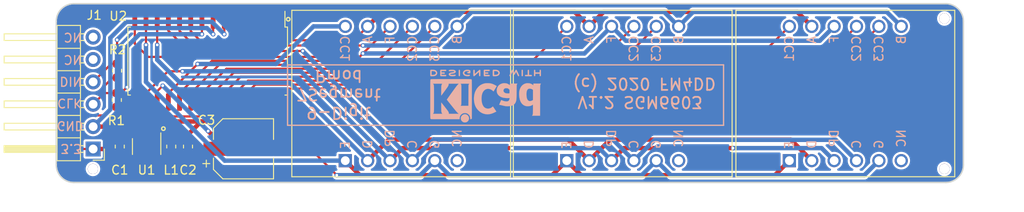
<source format=kicad_pcb>
(kicad_pcb (version 20221018) (generator pcbnew)
  (title_block (title "iCEBreaker PMOD - Hyperram") (rev "V1.0b") (company "1BitSquared") (comment 1 "2018 (C) 1BitSquared <info@1bitsquared.com>") (comment 2 "2018 (C) Piotr Esden-Tempski <piotr@esden.net>") (comment 3 "License: CC-BY-SA 4.0"))
  (layers (0 "F.Cu" signal) (31 "B.Cu" signal) (34 "B.Paste" user) (35 "F.Paste" user) (36 "B.SilkS" user "B.Silkscreen") (37 "F.SilkS" user "F.Silkscreen") (38 "B.Mask" user) (39 "F.Mask" user) (44 "Edge.Cuts" user))
  (net 0 "")
  (net 1 "GND")
  (net 2 "+3V3")
  (net 3 "Net-(J1-Pad6)")
  (net 4 "Net-(J1-Pad5)")
  (net 5 "/DIO")
  (net 6 "/CLK")
  (net 7 "/GRID6")
  (net 8 "/GRID5")
  (net 9 "/SEG6")
  (net 10 "/SEG7")
  (net 11 "/SEG5")
  (net 12 "/GRID1")
  (net 13 "/SEG4")
  (net 14 "/GRID2")
  (net 15 "/SEG3")
  (net 16 "/GRID3")
  (net 17 "/SEG2")
  (net 18 "/GRID4")
  (net 19 "/SEG1")
  (net 20 "/SEG8")
  (net 21 "+5V")
  (net 22 "Net-(DP1-Pad6)")
  (net 23 "Net-(DP2-Pad6)")
  (net 24 "Net-(DP3-Pad6)")
  (net 25 "Net-(L1-Pad2)")
  (net 26 "Net-(U2-Pad28)")
  (net 27 "Net-(U2-Pad27)")
  (net 28 "Net-(U2-Pad5)")
  (net 29 "Net-(U2-Pad4)")
  (net 30 "Net-(U2-Pad3)")
  (net 31 "Net-(U2-Pad2)")
  (net 32 "Net-(U2-Pad1)")
  (net 33 "/GRID7")
  (net 34 "/GRID8")
  (net 35 "/GRID9")
  (net 36 "Net-(U1-Pad4)")
  (footprint "01_FM4DD:7SEG_CS533SR-A" (layer "F.Cu") (at 106.1792 32.5192 90)
    (fp_text reference "DP2")
    (fp_text value "7SEG_C533SR-A")
    (fp_text user "CC1" (at 5.08 -6.35 90) (layer "B.SilkS") (effects (justify mirror)))
    (fp_text user "B" (at 6.096 6.35 90) (layer "B.SilkS") (effects (justify mirror)))
    (fp_text user "CC2" (at 5.08 1.27 90) (layer "B.SilkS") (effects (justify mirror)))
    (fp_text user "E" (at -5.8674 -6.35 90) (layer "B.SilkS") (effects (justify mirror)))
    (fp_text user "A" (at 6.096 -3.81 90) (layer "B.SilkS") (effects (justify mirror)))
    (fp_text user "G" (at -5.7658 3.81 90) (layer "B.SilkS") (effects (justify mirror)))
    (fp_text user "D" (at -5.7658 -3.81 90) (layer "B.SilkS") (effects (justify mirror)))
    (fp_text user "CC3" (at 5.08 3.81 90) (layer "B.SilkS") (effects (justify mirror)))
    (fp_text user "C" (at -5.7658 1.27 90) (layer "B.SilkS") (effects (justify mirror)))
    (fp_text user "DP" (at -5.08 -1.27 90) (layer "B.SilkS") (effects (justify mirror)))
    (fp_text user "NC" (at -5.08 6.35 90) (layer "B.SilkS") (effects (justify mirror)))
    (fp_text user "F" (at 6.096 -1.27 90) (layer "B.SilkS") (effects (justify mirror)))
    (pad "1" thru_hole rect (at -7.62 -6.35 90) (size 1.5 1.5) (drill 1) (layers "*.Cu" "*.Mask") (net 11 "/SEG5"))
    (pad "2" thru_hole circle (at -7.62 -3.81 90) (size 1.5 1.5) (drill 1) (layers "*.Cu" "*.Mask") (net 13 "/SEG4"))
    (pad "3" thru_hole circle (at -7.62 -1.27 90) (size 1.5 1.5) (drill 1) (layers "*.Cu" "*.Mask") (net 20 "/SEG8"))
    (pad "4" thru_hole circle (at -7.62 1.27 90) (size 1.5 1.5) (drill 1) (layers "*.Cu" "*.Mask") (net 15 "/SEG3"))
    (pad "5" thru_hole circle (at -7.62 3.81 90) (size 1.5 1.5) (drill 1) (layers "*.Cu" "*.Mask") (net 10 "/SEG7"))
    (pad "6" thru_hole circle (at -7.62 6.35 90) (size 1.5 1.5) (drill 1) (layers "*.Cu" "*.Mask") (net 23 "Net-(DP2-Pad6)"))
    (pad "7" thru_hole circle (at 7.62 6.35 90) (size 1.5 1.5) (drill 1) (layers "*.Cu" "*.Mask") (net 17 "/SEG2"))
    (pad "8" thru_hole circle (at 7.62 3.81 90) (size 1.5 1.5) (drill 1) (layers "*.Cu" "*.Mask") (net 7 "/GRID6"))
    (pad "9" thru_hole circle (at 7.62 1.27 90) (size 1.5 1.5) (drill 1) (layers "*.Cu" "*.Mask") (net 8 "/GRID5"))
    (pad "10" thru_hole circle (at 7.62 -1.27 90) (size 1.5 1.5) (drill 1) (layers "*.Cu" "*.Mask") (net 9 "/SEG6"))
    (pad "11" thru_hole circle (at 7.62 -3.81 90) (size 1.5 1.5) (drill 1) (layers "*.Cu" "*.Mask") (net 19 "/SEG1"))
    (pad "12" thru_hole circle (at 7.62 -6.35 90) (size 1.5 1.5) (drill 1) (layers "*.Cu" "*.Mask") (net 18 "/GRID4"))
  )
  (footprint "01_FM4DD:7SEG_CS533SR-A" (layer "F.Cu") (at 81.0332 32.5192 90)
    (fp_text reference "DP1")
    (fp_text value "7SEG_C533SR-A")
    (fp_text user "NC" (at -5.08 6.35 90) (layer "B.SilkS") (effects (justify mirror)))
    (fp_text user "E" (at -5.8674 -6.35 90) (layer "B.SilkS") (effects (justify mirror)))
    (fp_text user "G" (at -5.7658 3.81 90) (layer "B.SilkS") (effects (justify mirror)))
    (fp_text user "CC3" (at 5.08 3.81 90) (layer "B.SilkS") (effects (justify mirror)))
    (fp_text user "A" (at 6.096 -3.81 90) (layer "B.SilkS") (effects (justify mirror)))
    (fp_text user "CC1" (at 5.08 -6.35 90) (layer "B.SilkS") (effects (justify mirror)))
    (fp_text user "C" (at -5.7658 1.27 90) (layer "B.SilkS") (effects (justify mirror)))
    (fp_text user "F" (at 6.096 -1.27 90) (layer "B.SilkS") (effects (justify mirror)))
    (fp_text user "B" (at 6.096 6.35 90) (layer "B.SilkS") (effects (justify mirror)))
    (fp_text user "DP" (at -5.08 -1.27 90) (layer "B.SilkS") (effects (justify mirror)))
    (fp_text user "D" (at -5.7658 -3.81 90) (layer "B.SilkS") (effects (justify mirror)))
    (fp_text user "CC2" (at 5.08 1.27 90) (layer "B.SilkS") (effects (justify mirror)))
    (pad "1" thru_hole rect (at -7.62 -6.35 90) (size 1.5 1.5) (drill 1) (layers "*.Cu" "*.Mask") (net 11 "/SEG5"))
    (pad "2" thru_hole circle (at -7.62 -3.81 90) (size 1.5 1.5) (drill 1) (layers "*.Cu" "*.Mask") (net 13 "/SEG4"))
    (pad "3" thru_hole circle (at -7.62 -1.27 90) (size 1.5 1.5) (drill 1) (layers "*.Cu" "*.Mask") (net 20 "/SEG8"))
    (pad "4" thru_hole circle (at -7.62 1.27 90) (size 1.5 1.5) (drill 1) (layers "*.Cu" "*.Mask") (net 15 "/SEG3"))
    (pad "5" thru_hole circle (at -7.62 3.81 90) (size 1.5 1.5) (drill 1) (layers "*.Cu" "*.Mask") (net 10 "/SEG7"))
    (pad "6" thru_hole circle (at -7.62 6.35 90) (size 1.5 1.5) (drill 1) (layers "*.Cu" "*.Mask") (net 22 "Net-(DP1-Pad6)"))
    (pad "7" thru_hole circle (at 7.62 6.35 90) (size 1.5 1.5) (drill 1) (layers "*.Cu" "*.Mask") (net 17 "/SEG2"))
    (pad "8" thru_hole circle (at 7.62 3.81 90) (size 1.5 1.5) (drill 1) (layers "*.Cu" "*.Mask") (net 16 "/GRID3"))
    (pad "9" thru_hole circle (at 7.62 1.27 90) (size 1.5 1.5) (drill 1) (layers "*.Cu" "*.Mask") (net 14 "/GRID2"))
    (pad "10" thru_hole circle (at 7.62 -1.27 90) (size 1.5 1.5) (drill 1) (layers "*.Cu" "*.Mask") (net 9 "/SEG6"))
    (pad "11" thru_hole circle (at 7.62 -3.81 90) (size 1.5 1.5) (drill 1) (layers "*.Cu" "*.Mask") (net 19 "/SEG1"))
    (pad "12" thru_hole circle (at 7.62 -6.35 90) (size 1.5 1.5) (drill 1) (layers "*.Cu" "*.Mask") (net 12 "/GRID1"))
  )
  (footprint "Resistor_SMD:R_0603_1608Metric" (layer "F.Cu") (at 48.7498 33.2558 90)
    (fp_text reference "R1" (at -2.3368 -0.0508 180) (layer "F.SilkS"))
    (fp_text value "10K")
    (pad "1" smd roundrect (at -0.7875 0 90) (size 0.875 0.95) (layers "F.Cu" "F.Paste" "F.Mask") (net 2 "+3V3"))
    (pad "2" smd roundrect (at 0.7875 0 90) (size 0.875 0.95) (layers "F.Cu" "F.Paste" "F.Mask") (net 6 "/CLK"))
  )
  (footprint "Resistor_SMD:R_0603_1608Metric" (layer "F.Cu") (at 48.7752 29.9284 90)
    (fp_text reference "R2" (at 2.3876 0.0508 180) (layer "F.SilkS"))
    (fp_text value "10K")
    (pad "1" smd roundrect (at -0.7875 0 90) (size 0.875 0.95) (layers "F.Cu" "F.Paste" "F.Mask") (net 2 "+3V3"))
    (pad "2" smd roundrect (at 0.7875 0 90) (size 0.875 0.95) (layers "F.Cu" "F.Paste" "F.Mask") (net 5 "/DIO"))
  )
  (footprint "Capacitor_SMD:C_0603_1608Metric" (layer "F.Cu") (at 49.08 38.539 90)
    (fp_text reference "C1" (at -2.667 0 180) (layer "F.SilkS"))
    (fp_text value "10uF")
    (pad "1" smd roundrect (at -0.7875 0 90) (size 0.875 0.95) (layers "F.Cu" "F.Paste" "F.Mask") (net 2 "+3V3"))
    (pad "2" smd roundrect (at 0.7875 0 90) (size 0.875 0.95) (layers "F.Cu" "F.Paste" "F.Mask") (net 1 "GND"))
  )
  (footprint "Capacitor_SMD:CP_Elec_6.3x5.4" (layer "F.Cu") (at 63.1262 38.793)
    (fp_text reference "C3" (at -4.191 -3.2512) (layer "F.SilkS"))
    (fp_text value "100uF")
    (pad "1" smd roundrect (at -2.8 0) (size 3.5 1.6) (layers "F.Cu" "F.Paste" "F.Mask") (roundrect_rratio 0.15625) (net 21 "+5V"))
    (pad "2" smd roundrect (at 2.8 0) (size 3.5 1.6) (layers "F.Cu" "F.Paste" "F.Mask") (roundrect_rratio 0.15625) (net 1 "GND"))
  )
  (footprint "Capacitor_SMD:C_0603_1608Metric" (layer "F.Cu") (at 56.827 38.539 -90)
    (fp_text reference "C2" (at 2.667 0 180) (layer "F.SilkS"))
    (fp_text value "10uF")
    (pad "1" smd roundrect (at -0.7875 0 270) (size 0.875 0.95) (layers "F.Cu" "F.Paste" "F.Mask") (net 1 "GND"))
    (pad "2" smd roundrect (at 0.7875 0 270) (size 0.875 0.95) (layers "F.Cu" "F.Paste" "F.Mask") (net 21 "+5V"))
  )
  (footprint "01_FM4DD:7SEG_CS533SR-A" (layer "F.Cu") (at 131.4522 32.5192 90)
    (fp_text reference "DP3")
    (fp_text value "7SEG_C533SR-A")
    (fp_text user "DP" (at -5.08 -1.27 90) (layer "B.SilkS") (effects (justify mirror)))
    (fp_text user "NC" (at -5.08 6.35 90) (layer "B.SilkS") (effects (justify mirror)))
    (fp_text user "E" (at -5.8674 -6.35 90) (layer "B.SilkS") (effects (justify mirror)))
    (fp_text user "CC3" (at 5.08 3.81 90) (layer "B.SilkS") (effects (justify mirror)))
    (fp_text user "C" (at -5.7658 1.27 90) (layer "B.SilkS") (effects (justify mirror)))
    (fp_text user "CC2" (at 5.08 1.27 90) (layer "B.SilkS") (effects (justify mirror)))
    (fp_text user "F" (at 6.096 -1.27 90) (layer "B.SilkS") (effects (justify mirror)))
    (fp_text user "B" (at 6.096 6.35 90) (layer "B.SilkS") (effects (justify mirror)))
    (fp_text user "A" (at 6.096 -3.81 90) (layer "B.SilkS") (effects (justify mirror)))
    (fp_text user "CC1" (at 5.08 -6.35 90) (layer "B.SilkS") (effects (justify mirror)))
    (fp_text user "G" (at -5.7658 3.81 90) (layer "B.SilkS") (effects (justify mirror)))
    (fp_text user "D" (at -5.7658 -3.81 90) (layer "B.SilkS") (effects (justify mirror)))
    (pad "1" thru_hole rect (at -7.62 -6.35 90) (size 1.5 1.5) (drill 1) (layers "*.Cu" "*.Mask") (net 11 "/SEG5"))
    (pad "2" thru_hole circle (at -7.62 -3.81 90) (size 1.5 1.5) (drill 1) (layers "*.Cu" "*.Mask") (net 13 "/SEG4"))
    (pad "3" thru_hole circle (at -7.62 -1.27 90) (size 1.5 1.5) (drill 1) (layers "*.Cu" "*.Mask") (net 20 "/SEG8"))
    (pad "4" thru_hole circle (at -7.62 1.27 90) (size 1.5 1.5) (drill 1) (layers "*.Cu" "*.Mask") (net 15 "/SEG3"))
    (pad "5" thru_hole circle (at -7.62 3.81 90) (size 1.5 1.5) (drill 1) (layers "*.Cu" "*.Mask") (net 10 "/SEG7"))
    (pad "6" thru_hole circle (at -7.62 6.35 90) (size 1.5 1.5) (drill 1) (layers "*.Cu" "*.Mask") (net 24 "Net-(DP3-Pad6)"))
    (pad "7" thru_hole circle (at 7.62 6.35 90) (size 1.5 1.5) (drill 1) (layers "*.Cu" "*.Mask") (net 17 "/SEG2"))
    (pad "8" thru_hole circle (at 7.62 3.81 90) (size 1.5 1.5) (drill 1) (layers "*.Cu" "*.Mask") (net 35 "/GRID9"))
    (pad "9" thru_hole circle (at 7.62 1.27 90) (size 1.5 1.5) (drill 1) (layers "*.Cu" "*.Mask") (net 34 "/GRID8"))
    (pad "10" thru_hole circle (at 7.62 -1.27 90) (size 1.5 1.5) (drill 1) (layers "*.Cu" "*.Mask") (net 9 "/SEG6"))
    (pad "11" thru_hole circle (at 7.62 -3.81 90) (size 1.5 1.5) (drill 1) (layers "*.Cu" "*.Mask") (net 19 "/SEG1"))
    (pad "12" thru_hole circle (at 7.62 -6.35 90) (size 1.5 1.5) (drill 1) (layers "*.Cu" "*.Mask") (net 33 "/GRID7"))
  )
  (footprint "01_FM4DD:SOP-28_7.5x17.9mm_P1.27mm" (layer "F.Cu") (at 59.0622 28.8362 -90)
    (fp_text reference "U2" (at -5.1054 10.16) (layer "F.SilkS"))
    (fp_text value "TM1640")
    (pad "1" smd roundrect (at -4.65 -8.235 270) (size 2 0.55) (layers "F.Cu" "F.Paste" "F.Mask") (net 32 "Net-(U2-Pad1)"))
    (pad "2" smd roundrect (at -4.65 -6.965 270) (size 2 0.55) (layers "F.Cu" "F.Paste" "F.Mask") (net 31 "Net-(U2-Pad2)"))
    (pad "3" smd roundrect (at -4.65 -5.695 270) (size 2 0.55) (layers "F.Cu" "F.Paste" "F.Mask") (net 30 "Net-(U2-Pad3)"))
    (pad "4" smd roundrect (at -4.65 -4.425 270) (size 2 0.55) (layers "F.Cu" "F.Paste" "F.Mask") (net 29 "Net-(U2-Pad4)"))
    (pad "5" smd roundrect (at -4.65 -3.155 270) (size 2 0.55) (layers "F.Cu" "F.Paste" "F.Mask") (net 28 "Net-(U2-Pad5)"))
    (pad "6" smd roundrect (at -4.65 -1.885 270) (size 2 0.55) (layers "F.Cu" "F.Paste" "F.Mask") (net 1 "GND"))
    (pad "7" smd roundrect (at -4.65 -0.615 270) (size 2 0.55) (layers "F.Cu" "F.Paste" "F.Mask") (net 5 "/DIO"))
    (pad "8" smd roundrect (at -4.65 0.655 270) (size 2 0.55) (layers "F.Cu" "F.Paste" "F.Mask") (net 6 "/CLK"))
    (pad "9" smd roundrect (at -4.65 1.925 270) (size 2 0.55) (layers "F.Cu" "F.Paste" "F.Mask") (net 19 "/SEG1"))
    (pad "10" smd roundrect (at -4.65 3.195 270) (size 2 0.55) (layers "F.Cu" "F.Paste" "F.Mask") (net 17 "/SEG2"))
    (pad "11" smd roundrect (at -4.65 4.465 270) (size 2 0.55) (layers "F.Cu" "F.Paste" "F.Mask") (net 15 "/SEG3"))
    (pad "12" smd roundrect (at -4.65 5.735 270) (size 2 0.55) (layers "F.Cu" "F.Paste" "F.Mask") (net 13 "/SEG4"))
    (pad "13" smd roundrect (at -4.65 7.005 270) (size 2 0.55) (layers "F.Cu" "F.Paste" "F.Mask") (net 11 "/SEG5"))
    (pad "14" smd roundrect (at -4.65 8.275 270) (size 2 0.55) (layers "F.Cu" "F.Paste" "F.Mask") (net 9 "/SEG6"))
    (pad "15" smd roundrect (at 4.65 8.275 270) (size 2 0.55) (layers "F.Cu" "F.Paste" "F.Mask") (net 10 "/SEG7"))
    (pad "16" smd roundrect (at 4.65 7.005 270) (size 2 0.55) (layers "F.Cu" "F.Paste" "F.Mask") (net 20 "/SEG8"))
    (pad "17" smd roundrect (at 4.65 5.735 270) (size 2 0.55) (layers "F.Cu" "F.Paste" "F.Mask") (net 21 "+5V"))
    (pad "18" smd roundrect (at 4.65 4.465 270) (size 2 0.55) (layers "F.Cu" "F.Paste" "F.Mask") (net 12 "/GRID1"))
    (pad "19" smd roundrect (at 4.65 3.195 270) (size 2 0.55) (layers "F.Cu" "F.Paste" "F.Mask") (net 14 "/GRID2"))
    (pad "20" smd roundrect (at 4.65 1.925 270) (size 2 0.55) (layers "F.Cu" "F.Paste" "F.Mask") (net 16 "/GRID3"))
    (pad "21" smd roundrect (at 4.65 0.655 270) (size 2 0.55) (layers "F.Cu" "F.Paste" "F.Mask") (net 18 "/GRID4"))
    (pad "22" smd roundrect (at 4.65 -0.615 270) (size 2 0.55) (layers "F.Cu" "F.Paste" "F.Mask") (net 8 "/GRID5"))
    (pad "23" smd roundrect (at 4.65 -1.885 270) (size 2 0.55) (layers "F.Cu" "F.Paste" "F.Mask") (net 7 "/GRID6"))
    (pad "24" smd roundrect (at 4.65 -3.155 270) (size 2 0.55) (layers "F.Cu" "F.Paste" "F.Mask") (net 33 "/GRID7"))
    (pad "25" smd roundrect (at 4.65 -4.425 270) (size 2 0.55) (layers "F.Cu" "F.Paste" "F.Mask") (net 34 "/GRID8"))
    (pad "26" smd roundrect (at 4.65 -5.695 270) (size 2 0.55) (layers "F.Cu" "F.Paste" "F.Mask") (net 35 "/GRID9"))
    (pad "27" smd roundrect (at 4.65 -6.965 270) (size 2 0.55) (layers "F.Cu" "F.Paste" "F.Mask") (net 27 "Net-(U2-Pad27)"))
    (pad "28" smd roundrect (at 4.65 -8.235 270) (size 2 0.55) (layers "F.Cu" "F.Paste" "F.Mask") (net 26 "Net-(U2-Pad28)"))
  )
  (footprint "Connector_PinHeader_2.54mm:PinHeader_1x06_P2.54mm_Horizontal" (layer "F.Cu") (at 46.0574 38.8184 180)
    (fp_text reference "J1" (at -0.127 15.1892) (layer "F.SilkS"))
    (fp_text value "PMOD_01x06")
    (pad "1" thru_hole rect (at 0 0 180) (size 1.7 1.7) (drill 1) (layers "*.Cu" "*.Mask") (net 2 "+3V3"))
    (pad "2" thru_hole oval (at 0 2.54 180) (size 1.7 1.7) (drill 1) (layers "*.Cu" "*.Mask") (net 1 "GND"))
    (pad "3" thru_hole oval (at 0 5.08 180) (size 1.7 1.7) (drill 1) (layers "*.Cu" "*.Mask") (net 6 "/CLK"))
    (pad "4" thru_hole oval (at 0 7.62 180) (size 1.7 1.7) (drill 1) (layers "*.Cu" "*.Mask") (net 5 "/DIO"))
    (pad "5" thru_hole oval (at 0 10.16 180) (size 1.7 1.7) (drill 1) (layers "*.Cu" "*.Mask") (net 4 "Net-(J1-Pad5)"))
    (pad "6" thru_hole oval (at 0 12.7 180) (size 1.7 1.7) (drill 1) (layers "*.Cu" "*.Mask") (net 3 "Net-(J1-Pad6)"))
  )
  (footprint "01_FM4DD:SMD_TOOLING_HOLE_1.152mm" (layer "F.Cu") (at 142.7 41.079)
    (fp_text reference "TOOLING_HOLE_1.152" hide)
    (fp_text value "TOOL2" hide)
    (pad "1" thru_hole circle (at 0 0) (size 1.16 1.16) (drill 1.152) (layers "*.Cu" "*.Mask") (clearance 0.148))
  )
  (footprint "01_FM4DD:SMD_TOOLING_HOLE_1.152mm" (layer "F.Cu") (at 142.7 24)
    (fp_text reference "TOOLING_HOLE_1.152" hide)
    (fp_text value "TOOL3" hide)
    (pad "1" thru_hole circle (at 0 0) (size 1.16 1.16) (drill 1.152) (layers "*.Cu" "*.Mask") (clearance 0.148))
  )
  (footprint "01_FM4DD:SMD_TOOLING_HOLE_1.152mm" (layer "F.Cu") (at 46.033 41.5508)
    (fp_text reference "TOOLING_HOLE_1.152" hide)
    (fp_text value "TOOL1" hide)
    (pad "1" thru_hole circle (at 0 -0.4718) (size 1.16 1.16) (drill 1.152) (layers "*.Cu" "*.Mask") (clearance 0.148))
  )
  (footprint "Package_TO_SOT_SMD:SOT-23-6" (layer "F.Cu") (at 52.128 38.539 -90)
    (fp_text reference "U1" (at 2.667 0 180) (layer "F.SilkS"))
    (fp_text value "SGM6603-5.0")
    (pad "1" smd rect (at -1.1 -0.95 270) (size 1.06 0.65) (layers "F.Cu" "F.Paste" "F.Mask") (net 25 "Net-(L1-Pad2)"))
    (pad "2" smd rect (at -1.1 0 270) (size 1.06 0.65) (layers "F.Cu" "F.Paste" "F.Mask") (net 1 "GND"))
    (pad "3" smd rect (at -1.1 0.95 270) (size 1.06 0.65) (layers "F.Cu" "F.Paste" "F.Mask") (net 2 "+3V3"))
    (pad "4" smd rect (at 1.1 0.95 270) (size 1.06 0.65) (layers "F.Cu" "F.Paste" "F.Mask") (net 36 "Net-(U1-Pad4)"))
    (pad "5" smd rect (at 1.1 0 270) (size 1.06 0.65) (layers "F.Cu" "F.Paste" "F.Mask") (net 21 "+5V"))
    (pad "6" smd rect (at 1.1 -0.95 270) (size 1.06 0.65) (layers "F.Cu" "F.Paste" "F.Mask") (net 2 "+3V3"))
  )
  (footprint "Inductor_SMD:L_0603_1608Metric" (layer "F.Cu") (at 54.922 38.539 90)
    (fp_text reference "L1" (at -2.667 0 180) (layer "F.SilkS"))
    (fp_text value "4.7uH")
    (pad "1" smd roundrect (at -0.7875 0 90) (size 0.875 0.95) (layers "F.Cu" "F.Paste" "F.Mask") (net 2 "+3V3"))
    (pad "2" smd roundrect (at 0.7875 0 90) (size 0.875 0.95) (layers "F.Cu" "F.Paste" "F.Mask") (net 25 "Net-(L1-Pad2)"))
  )
  (footprint "Symbol:KiCad-Logo2_5mm_SilkScreen" (layer "B.Cu") (at 90.609 32.824)
    (fp_text reference "REF**" hide)
    (fp_text value "KiCad-Logo2_5mm_SilkScreen" hide)
  )
  (gr_line (start 68.13 29.268) (end 68.13 36.126) (stroke (width 0.15)) (layer "B.SilkS"))
  (gr_line (start 117.628 29.268) (end 68.13 29.268) (stroke (width 0.15)) (layer "B.SilkS"))
  (gr_line (start 68.13 36.126) (end 117.628 36.126) (stroke (width 0.15)) (layer "B.SilkS"))
  (gr_line (start 117.628 36.126) (end 117.628 29.268) (stroke (width 0.15)) (layer "B.SilkS"))
  (gr_circle (center 54.033 36.507) (end 54.233 36.507) (stroke (width 0.15)) (fill none) (layer "F.SilkS"))
  (gr_circle (center 68.2062 24.0864) (end 68.4062 24.0864) (stroke (width 0.15)) (fill none) (layer "F.SilkS"))
  (gr_line (start 142.8634 42.6222) (end 43.8688 42.6222) (stroke (width 0.15)) (layer "Edge.Cuts"))
  (gr_arc (start 41.8688 24.3222) (mid 42.454586 22.907986) (end 43.8688 22.3222) (stroke (width 0.15)) (layer "Edge.Cuts"))
  (gr_line (start 41.8688 40.6222) (end 41.8688 24.3222) (stroke (width 0.15)) (layer "Edge.Cuts"))
  (gr_arc (start 43.8688 42.6222) (mid 42.454586 42.036414) (end 41.8688 40.6222) (stroke (width 0.15)) (layer "Edge.Cuts"))
  (gr_arc (start 142.8634 22.3222) (mid 144.277614 22.907986) (end 144.8634 24.3222) (stroke (width 0.15)) (layer "Edge.Cuts"))
  (gr_line (start 43.8688 22.3222) (end 142.8634 22.3222) (stroke (width 0.15)) (layer "Edge.Cuts"))
  (gr_line (start 144.8634 24.3222) (end 144.8634 40.6222) (stroke (width 0.15)) (layer "Edge.Cuts"))
  (gr_arc (start 144.8634 40.6222) (mid 144.277614 42.036414) (end 142.8634 42.6222) (stroke (width 0.15)) (layer "Edge.Cuts"))
  (gr_text "9-Digit\n7Segment\nPmod" (at 73.9212 32.6208 180) (layer "B.SilkS") (effects (font (size 1.3 1.3) (thickness 0.2)) (justify mirror)))
  (gr_text "V1.2 SGM6603 \n(c) 2020 FM4DD" (at 108.643 32.443 180) (layer "B.SilkS") (effects (font (size 1.3 1.3) (thickness 0.2)) (justify mirror)))
  (gr_text "CLK" (at 43.3904 33.6114 180) (layer "B.SilkS") (effects (font (size 1 1)) (justify mirror)))
  (gr_text "GND" (at 43.4412 36.1768 180) (layer "B.SilkS") (effects (font (size 1 1)) (justify mirror)))
  (gr_text "DIN" (at 43.5174 31.1476 180) (layer "B.SilkS") (effects (font (size 1 1)) (justify mirror)))
  (gr_text "3.3" (at 43.5682 38.7676 180) (layer "B.SilkS") (effects (font (size 1 1)) (justify mirror)))
  (gr_text "NC" (at 43.746 26.22) (layer "B.SilkS") (effects (font (size 1 1)) (justify mirror)))
  (gr_text "NC" (at 43.746 28.76) (layer "B.SilkS") (effects (font (size 1 1)) (justify mirror)))
  (segment (start 46.0574 36.2784) (end 47.7569 36.2784) (width 0.5) (layer "F.Cu") (net 1))
  (segment (start 60.9472 25.7828) (end 60.9418 25.7882) (width 0.25) (layer "F.Cu") (net 1))
  (segment (start 58.3198 35.6942) (end 50.9873 35.6942) (width 0.5) (layer "F.Cu") (net 1))
  (segment (start 50.9873 35.6942) (end 51.4132 35.6942) (width 0.5) (layer "F.Cu") (net 1))
  (segment (start 65.9262 37.993) (end 63.6274 35.6942) (width 0.5) (layer "F.Cu") (net 1))
  (segment (start 60.9472 24.1862) (end 60.9472 25.7828) (width 0.25) (layer "F.Cu") (net 1))
  (segment (start 50.9873 35.6942) (end 48.8286 35.6942) (width 0.5) (layer "F.Cu") (net 1))
  (segment (start 48.2444 36.2784) (end 47.7569 36.2784) (width 0.5) (layer "F.Cu") (net 1))
  (segment (start 49.08 37.114) (end 49.08 37.7515) (width 0.5) (layer "F.Cu") (net 1))
  (segment (start 51.4132 35.6942) (end 52.128 36.409) (width 0.5) (layer "F.Cu") (net 1))
  (segment (start 48.2444 36.2784) (end 49.08 37.114) (width 0.5) (layer "F.Cu") (net 1))
  (segment (start 63.6274 35.6942) (end 58.3198 35.6942) (width 0.5) (layer "F.Cu") (net 1))
  (segment (start 52.128 36.409) (end 52.128 37.439) (width 0.5) (layer "F.Cu") (net 1))
  (segment (start 65.9262 38.793) (end 65.9262 37.993) (width 0.5) (layer "F.Cu") (net 1))
  (segment (start 48.8286 35.6942) (end 48.2444 36.2784) (width 0.5) (layer "F.Cu") (net 1))
  (segment (start 56.827 37.187) (end 56.827 37.7515) (width 0.5) (layer "F.Cu") (net 1))
  (segment (start 58.3198 35.6942) (end 56.827 37.187) (width 0.5) (layer "F.Cu") (net 1))
  (via (at 60.9418 25.7882) (size 0.5) (drill 0.3) (layers "F.Cu" "B.Cu") (net 1))
  (segment (start 59.54178 24.38818) (end 49.820257 24.38818) (width 0.5) (layer "B.Cu") (net 1))
  (segment (start 48.0132 26.195237) (end 48.0132 34.3226) (width 0.5) (layer "B.Cu") (net 1))
  (segment (start 49.820257 24.38818) (end 48.0132 26.195237) (width 0.5) (layer "B.Cu") (net 1))
  (segment (start 48.0132 34.3226) (end 46.0574 36.2784) (width 0.5) (layer "B.Cu") (net 1))
  (segment (start 60.9418 25.7882) (end 59.54178 24.38818) (width 0.5) (layer "B.Cu") (net 1))
  (segment (start 46.0574 38.8184) (end 48.5719 38.8184) (width 0.5) (layer "F.Cu") (net 2))
  (segment (start 53.078 39.639) (end 54.6095 39.639) (width 0.5) (layer "F.Cu") (net 2))
  (segment (start 48.7752 30.7159) (end 48.278902 30.7159) (width 0.25) (layer "F.Cu") (net 2))
  (segment (start 49.08 39.3265) (end 49.2905 39.3265) (width 0.5) (layer "F.Cu") (net 2))
  (segment (start 48.7498 34.0433) (end 48.2748 34.0433) (width 0.25) (layer "F.Cu") (net 2))
  (segment (start 54.6095 39.639) (end 54.922 39.3265) (width 0.5) (layer "F.Cu") (net 2))
  (segment (start 49.2905 39.3265) (end 51.178 37.439) (width 0.5) (layer "F.Cu") (net 2))
  (segment (start 44.7112 35.0084) (end 44.3048 35.4148) (width 0.25) (layer "F.Cu") (net 2))
  (segment (start 52.758 38.539) (end 51.498 38.539) (width 0.25) (layer "F.Cu") (net 2))
  (segment (start 47.3097 35.0084) (end 44.7112 35.0084) (width 0.25) (layer "F.Cu") (net 2))
  (segment (start 46.551802 32.443) (end 44.9906 32.443) (width 0.25) (layer "F.Cu") (net 2))
  (segment (start 51.178 38.219) (end 51.178 37.439) (width 0.25) (layer "F.Cu") (net 2))
  (segment (start 48.5719 38.8184) (end 49.08 39.3265) (width 0.5) (layer "F.Cu") (net 2))
  (segment (start 48.2748 34.0433) (end 47.3097 35.0084) (width 0.25) (layer "F.Cu") (net 2))
  (segment (start 51.498 38.539) (end 51.178 38.219) (width 0.25) (layer "F.Cu") (net 2))
  (segment (start 49.08 39.4765) (end 49.1405 39.4765) (width 0.5) (layer "F.Cu") (net 2))
  (segment (start 44.3048 33.1288) (end 44.3048 35.4148) (width 0.25) (layer "F.Cu") (net 2))
  (segment (start 44.3048 35.4148) (end 44.3048 38.1658) (width 0.25) (layer "F.Cu") (net 2))
  (segment (start 44.9906 32.443) (end 44.3048 33.1288) (width 0.25) (layer "F.Cu") (net 2))
  (segment (start 48.278902 30.7159) (end 46.551802 32.443) (width 0.25) (layer "F.Cu") (net 2))
  (segment (start 53.078 39.639) (end 53.078 38.859) (width 0.25) (layer "F.Cu") (net 2))
  (segment (start 44.3048 38.1658) (end 44.9574 38.8184) (width 0.25) (layer "F.Cu") (net 2))
  (segment (start 44.9574 38.8184) (end 46.0574 38.8184) (width 0.25) (layer "F.Cu") (net 2))
  (segment (start 53.078 38.859) (end 52.758 38.539) (width 0.25) (layer "F.Cu") (net 2))
  (segment (start 48.7752 26.4232) (end 48.7752 29.1409) (width 0.25) (layer "F.Cu") (net 5))
  (segment (start 48.1149 29.1409) (end 48.7752 29.1409) (width 0.25) (layer "F.Cu") (net 5))
  (segment (start 46.0574 31.1984) (end 48.1149 29.1409) (width 0.25) (layer "F.Cu") (net 5))
  (segment (start 59.6772 24.1862) (end 59.6772 25.7882) (width 0.25) (layer "F.Cu") (net 5))
  (via (at 59.6772 25.7882) (size 0.5) (drill 0.3) (layers "F.Cu" "B.Cu") (net 5))
  (via (at 48.7752 26.4232) (size 0.5) (drill 0.3) (layers "F.Cu" "B.Cu") (net 5))
  (segment (start 59.6772 25.7882) (end 58.97719 25.08819) (width 0.5) (layer "B.Cu") (net 5))
  (segment (start 50.11021 25.08819) (end 49.025199 26.173201) (width 0.5) (layer "B.Cu") (net 5))
  (segment (start 49.025199 26.173201) (end 48.7752 26.4232) (width 0.5) (layer "B.Cu") (net 5))
  (segment (start 58.97719 25.08819) (end 50.11021 25.08819) (width 0.5) (layer "B.Cu") (net 5))
  (segment (start 49.8928 31.8003) (end 49.8928 31.8003) (width 0.25) (layer "F.Cu") (net 6))
  (segment (start 58.4072 24.1862) (end 58.4072 25.7882) (width 0.25) (layer "F.Cu") (net 6))
  (segment (start 46.0574 33.7384) (end 47.3275 32.4683) (width 0.25) (layer "F.Cu") (net 6))
  (segment (start 47.3275 32.4683) (end 48.7498 32.4683) (width 0.25) (layer "F.Cu") (net 6))
  (segment (start 48.7498 32.4683) (end 49.2248 32.4683) (width 0.25) (layer "F.Cu") (net 6))
  (segment (start 49.2248 32.4683) (end 49.8928 31.8003) (width 0.25) (layer "F.Cu") (net 6))
  (via (at 49.8928 31.8003) (size 0.5) (drill 0.3) (layers "F.Cu" "B.Cu") (net 6))
  (via (at 58.4072 25.7882) (size 0.5) (drill 0.3) (layers "F.Cu" "B.Cu") (net 6))
  (segment (start 58.4072 25.7882) (end 51.3152 25.7882) (width 0.5) (layer "B.Cu") (net 6))
  (segment (start 49.8928 27.2106) (end 49.8928 31.8003) (width 0.5) (layer "B.Cu") (net 6))
  (segment (start 51.3152 25.7882) (end 49.8928 27.2106) (width 0.5) (layer "B.Cu") (net 6))
  (segment (start 60.9472 33.4862) (end 60.9472 32.4862) (width 0.25) (layer "F.Cu") (net 7))
  (segment (start 104.27803 30.61037) (end 109.9892 24.8992) (width 0.25) (layer "F.Cu") (net 7))
  (segment (start 60.9472 32.4862) (end 62.82303 30.61037) (width 0.25) (layer "F.Cu") (net 7))
  (segment (start 62.82303 30.61037) (end 104.27803 30.61037) (width 0.25) (layer "F.Cu") (net 7))
  (segment (start 59.6772 32.4862) (end 62.00304 30.16036) (width 0.25) (layer "F.Cu") (net 8))
  (segment (start 62.00304 30.16036) (end 102.18804 30.16036) (width 0.25) (layer "F.Cu") (net 8))
  (segment (start 59.6772 33.4862) (end 59.6772 32.4862) (width 0.25) (layer "F.Cu") (net 8))
  (segment (start 102.18804 30.16036) (end 107.4492 24.8992) (width 0.25) (layer "F.Cu") (net 8))
  (segment (start 76.30208 28.36032) (end 76.9565 27.7059) (width 0.25) (layer "F.Cu") (net 9))
  (segment (start 79.7632 24.8992) (end 76.9565 27.7059) (width 0.25) (layer "F.Cu") (net 9))
  (segment (start 50.7872 25.1862) (end 50.7872 24.1862) (width 0.25) (layer "F.Cu") (net 9))
  (segment (start 52.28712 28.36032) (end 76.30208 28.36032) (width 0.25) (layer "F.Cu") (net 9))
  (segment (start 50.7872 26.8604) (end 52.28712 28.36032) (width 0.25) (layer "F.Cu") (net 9))
  (segment (start 50.7872 24.1862) (end 50.7872 26.8604) (width 0.25) (layer "F.Cu") (net 9))
  (via (at 76.6898 27.9726) (size 0.5) (drill 0.3) (layers "F.Cu" "B.Cu") (net 9))
  (segment (start 101.8358 27.9726) (end 103.2582 26.5502) (width 0.5) (layer "B.Cu") (net 9))
  (segment (start 130.1822 24.8992) (end 128.5566 26.5248) (width 0.5) (layer "B.Cu") (net 9))
  (segment (start 106.5348 26.5248) (end 104.9092 24.8992) (width 0.5) (layer "B.Cu") (net 9))
  (segment (start 103.2582 26.5502) (end 104.9092 24.8992) (width 0.5) (layer "B.Cu") (net 9))
  (segment (start 76.6898 27.9726) (end 101.8358 27.9726) (width 0.5) (layer "B.Cu") (net 9))
  (segment (start 128.5566 26.5248) (end 106.5348 26.5248) (width 0.5) (layer "B.Cu") (net 9))
  (segment (start 50.7872 34.4862) (end 51.42019 35.11919) (width 0.25) (layer "F.Cu") (net 10))
  (segment (start 51.42019 35.11919) (end 67.04699 35.11919) (width 0.25) (layer "F.Cu") (net 10))
  (segment (start 50.7872 33.4862) (end 50.7872 34.4862) (width 0.25) (layer "F.Cu") (net 10))
  (segment (start 67.04699 35.11919) (end 73.718 41.7902) (width 0.25) (layer "F.Cu") (net 10))
  (via (at 73.718 41.7902) (size 0.5) (drill 0.3) (layers "F.Cu" "B.Cu") (net 10))
  (segment (start 109.9892 40.1392) (end 108.3382 41.7902) (width 0.5) (layer "B.Cu") (net 10))
  (segment (start 83.1922 41.7902) (end 73.718 41.7902) (width 0.5) (layer "B.Cu") (net 10))
  (segment (start 133.6112 41.7902) (end 111.6402 41.7902) (width 0.5) (layer "B.Cu") (net 10))
  (segment (start 86.4942 41.7902) (end 84.8432 40.1392) (width 0.5) (layer "B.Cu") (net 10))
  (segment (start 84.8432 40.1392) (end 83.1922 41.7902) (width 0.5) (layer "B.Cu") (net 10))
  (segment (start 111.6402 41.7902) (end 109.9892 40.1392) (width 0.5) (layer "B.Cu") (net 10))
  (segment (start 108.3382 41.7902) (end 86.4942 41.7902) (width 0.5) (layer "B.Cu") (net 10))
  (segment (start 135.2622 40.1392) (end 133.6112 41.7902) (width 0.5) (layer "B.Cu") (net 10))
  (segment (start 123.4512 41.7902) (end 125.1022 40.1392) (width 0.5) (layer "F.Cu") (net 11))
  (segment (start 99.8292 40.1646) (end 101.4548 41.7902) (width 0.5) (layer "F.Cu") (net 11))
  (segment (start 98.1782 41.7902) (end 99.8292 40.1392) (width 0.5) (layer "F.Cu") (net 11))
  (segment (start 101.4548 41.7902) (end 123.4512 41.7902) (width 0.5) (layer "F.Cu") (net 11))
  (segment (start 76.3342 41.7902) (end 98.1782 41.7902) (width 0.5) (layer "F.Cu") (net 11))
  (segment (start 52.0572 24.1862) (end 52.0572 27) (width 0.25) (layer "F.Cu") (net 11))
  (segment (start 74.6832 40.1392) (end 76.3342 41.7902) (width 0.5) (layer "F.Cu") (net 11))
  (segment (start 99.8292 40.1392) (end 99.8292 40.1646) (width 0.5) (layer "F.Cu") (net 11))
  (via (at 52.0572 27) (size 0.5) (drill 0.3) (layers "F.Cu" "B.Cu") (net 11))
  (segment (start 74.6832 40.1392) (end 60.9926 40.1392) (width 0.5) (layer "B.Cu") (net 11))
  (segment (start 52.0572 31.2038) (end 52.0572 27) (width 0.5) (layer "B.Cu") (net 11))
  (segment (start 60.9926 40.1392) (end 52.0572 31.2038) (width 0.5) (layer "B.Cu") (net 11))
  (segment (start 54.5972 33.4862) (end 54.5972 32.4862) (width 0.25) (layer "F.Cu") (net 12))
  (segment (start 57.9192 29.1664) (end 54.5994 32.4862) (width 0.25) (layer "F.Cu") (net 12))
  (segment (start 54.5994 32.4862) (end 54.5972 32.4862) (width 0.25) (layer "F.Cu") (net 12))
  (via (at 57.9192 29.1664) (size 0.5) (drill 0.3) (layers "F.Cu" "B.Cu") (net 12))
  (segment (start 71.0764 24.8992) (end 74.6832 24.8992) (width 0.5) (layer "B.Cu") (net 12))
  (segment (start 66.8092 29.1664) (end 71.0764 24.8992) (width 0.5) (layer "B.Cu") (net 12))
  (segment (start 57.9192 29.1664) (end 66.8092 29.1664) (width 0.5) (layer "B.Cu") (net 12))
  (segment (start 102.3692 40.1392) (end 104.7568 37.7516) (width 0.5) (layer "F.Cu") (net 13))
  (segment (start 79.6108 37.7516) (end 77.2232 40.1392) (width 0.5) (layer "F.Cu") (net 13))
  (segment (start 104.7568 37.7516) (end 125.2546 37.7516) (width 0.5) (layer "F.Cu") (net 13))
  (segment (start 125.2546 37.7516) (end 127.6422 40.1392) (width 0.5) (layer "F.Cu") (net 13))
  (segment (start 53.3272 24.1862) (end 53.3272 27) (width 0.25) (layer "F.Cu") (net 13))
  (segment (start 102.3692 40.1392) (end 99.9816 37.7516) (width 0.5) (layer "F.Cu") (net 13))
  (segment (start 99.9816 37.7516) (end 79.6108 37.7516) (width 0.5) (layer "F.Cu") (net 13))
  (via (at 53.3272 27) (size 0.5) (drill 0.3) (layers "F.Cu" "B.Cu") (net 13))
  (segment (start 55.938 31.3) (end 68.384 31.3) (width 0.5) (layer "B.Cu") (net 13))
  (segment (start 77.2232 40.1392) (end 77.2232 40.1646) (width 0.5) (layer "B.Cu") (net 13))
  (segment (start 77.2232 40.1392) (end 68.384 31.3) (width 0.5) (layer "B.Cu") (net 13))
  (segment (start 53.3272 28.6892) (end 53.3272 27) (width 0.5) (layer "B.Cu") (net 13))
  (segment (start 55.938 31.3) (end 53.3272 28.6892) (width 0.5) (layer "B.Cu") (net 13))
  (segment (start 55.8672 33.4862) (end 55.8672 32.4862) (width 0.25) (layer "F.Cu") (net 14))
  (segment (start 59.54307 28.81033) (end 78.39207 28.81033) (width 0.25) (layer "F.Cu") (net 14))
  (segment (start 78.39207 28.81033) (end 82.3032 24.8992) (width 0.25) (layer "F.Cu") (net 14))
  (segment (start 55.8672 32.4862) (end 59.54307 28.81033) (width 0.25) (layer "F.Cu") (net 14))
  (segment (start 54.5972 25.3872) (end 56.9032 27.6932) (width 0.25) (layer "F.Cu") (net 15))
  (segment (start 56.9032 27.6932) (end 69.8572 27.6932) (width 0.25) (layer "F.Cu") (net 15))
  (segment (start 54.5972 24.1862) (end 54.5972 25.3872) (width 0.25) (layer "F.Cu") (net 15))
  (via (at 69.8572 27.6932) (size 0.5) (drill 0.3) (layers "F.Cu" "B.Cu") (net 15))
  (segment (start 107.4492 40.1392) (end 105.0362 37.7262) (width 0.5) (layer "B.Cu") (net 15))
  (segment (start 105.0362 37.7262) (end 84.7162 37.7262) (width 0.5) (layer "B.Cu") (net 15))
  (segment (start 109.8114 37.777) (end 130.36 37.777) (width 0.5) (layer "B.Cu") (net 15))
  (segment (start 84.7162 37.7262) (end 82.3032 40.1392) (width 0.5) (layer "B.Cu") (net 15))
  (segment (start 69.8572 27.6932) (end 82.3032 40.1392) (width 0.5) (layer "B.Cu") (net 15))
  (segment (start 130.36 37.777) (end 132.7222 40.1392) (width 0.5) (layer "B.Cu") (net 15))
  (segment (start 107.4492 40.1392) (end 109.8114 37.777) (width 0.5) (layer "B.Cu") (net 15))
  (segment (start 80.48206 29.26034) (end 60.36306 29.26034) (width 0.25) (layer "F.Cu") (net 16))
  (segment (start 84.8432 24.8992) (end 80.48206 29.26034) (width 0.25) (layer "F.Cu") (net 16))
  (segment (start 60.36306 29.26034) (end 57.1372 32.4862) (width 0.25) (layer "F.Cu") (net 16))
  (segment (start 57.1372 32.4862) (end 57.1372 33.4862) (width 0.25) (layer "F.Cu") (net 16))
  (segment (start 55.8672 25.4126) (end 55.8672 24.1862) (width 0.25) (layer "F.Cu") (net 17))
  (segment (start 76.6898 27.067399) (end 57.521999 27.067399) (width 0.25) (layer "F.Cu") (net 17))
  (segment (start 57.521999 27.067399) (end 55.8672 25.4126) (width 0.25) (layer "F.Cu") (net 17))
  (via (at 76.6898 27.067399) (size 0.5) (drill 0.3) (layers "F.Cu" "B.Cu") (net 17))
  (segment (start 110.8782 23.2482) (end 112.5292 24.8992) (width 0.5) (layer "B.Cu") (net 17))
  (segment (start 136.1512 23.2482) (end 137.8022 24.8992) (width 0.5) (layer "B.Cu") (net 17))
  (segment (start 85.215001 27.067399) (end 87.3832 24.8992) (width 0.5) (layer "B.Cu") (net 17))
  (segment (start 89.0342 23.2482) (end 110.8782 23.2482) (width 0.5) (layer "B.Cu") (net 17))
  (segment (start 76.6898 27.067399) (end 85.215001 27.067399) (width 0.5) (layer "B.Cu") (net 17))
  (segment (start 114.1802 23.2482) (end 136.1512 23.2482) (width 0.5) (layer "B.Cu") (net 17))
  (segment (start 112.5292 24.8992) (end 114.1802 23.2482) (width 0.5) (layer "B.Cu") (net 17))
  (segment (start 87.3832 24.8992) (end 89.0342 23.2482) (width 0.5) (layer "B.Cu") (net 17))
  (segment (start 95.01805 29.71035) (end 99.8292 24.8992) (width 0.25) (layer "F.Cu") (net 18))
  (segment (start 58.4072 33.4862) (end 58.4072 32.4862) (width 0.25) (layer "F.Cu") (net 18))
  (segment (start 58.4072 32.4862) (end 61.18305 29.71035) (width 0.25) (layer "F.Cu") (net 18))
  (segment (start 61.18305 29.71035) (end 95.01805 29.71035) (width 0.25) (layer "F.Cu") (net 18))
  (segment (start 125.9912 23.2482) (end 127.6422 24.8992) (width 0.5) (layer "F.Cu") (net 19))
  (segment (start 104.0202 23.2482) (end 125.9912 23.2482) (width 0.5) (layer "F.Cu") (net 19))
  (segment (start 75.6484 26.474) (end 58.167998 26.474) (width 0.25) (layer "F.Cu") (net 19))
  (segment (start 77.2232 24.8992) (end 75.6484 26.474) (width 0.25) (layer "F.Cu") (net 19))
  (segment (start 58.167998 26.474) (end 57.1372 25.443202) (width 0.25) (layer "F.Cu") (net 19))
  (segment (start 57.1372 25.443202) (end 57.1372 25.1862) (width 0.25) (layer "F.Cu") (net 19))
  (segment (start 102.3692 24.8992) (end 104.0202 23.2482) (width 0.5) (layer "F.Cu") (net 19))
  (segment (start 57.1372 25.1862) (end 57.1372 24.1862) (width 0.25) (layer "F.Cu") (net 19))
  (segment (start 78.8742 23.2482) (end 100.7182 23.2482) (width 0.5) (layer "F.Cu") (net 19))
  (segment (start 100.7182 23.2482) (end 102.3692 24.8992) (width 0.5) (layer "F.Cu") (net 19))
  (segment (start 77.2232 24.8992) (end 78.8742 23.2482) (width 0.5) (layer "F.Cu") (net 19))
  (segment (start 118.7014 38.7168) (end 118.7014 38.7168) (width 0.25) (layer "F.Cu") (net 20))
  (segment (start 52.0572 32.4862) (end 52.0572 33.4862) (width 0.25) (layer "F.Cu") (net 20))
  (segment (start 56.2 29.9928) (end 54.5506 29.9928) (width 0.25) (layer "F.Cu") (net 20))
  (segment (start 104.9092 40.1392) (end 106.3316 38.7168) (width 0.5) (layer "F.Cu") (net 20))
  (segment (start 81.1856 38.7168) (end 93.6316 38.7168) (width 0.5) (layer "F.Cu") (net 20))
  (segment (start 54.5506 29.9928) (end 52.0572 32.4862) (width 0.25) (layer "F.Cu") (net 20))
  (segment (start 79.7632 40.1392) (end 81.1856 38.7168) (width 0.5) (layer "F.Cu") (net 20))
  (segment (start 106.3316 38.7168) (end 118.7014 38.7168) (width 0.5) (layer "F.Cu") (net 20))
  (via (at 93.6316 38.7168) (size 0.5) (drill 0.3) (layers "F.Cu" "B.Cu") (net 20))
  (via (at 118.7014 38.7168) (size 0.5) (drill 0.3) (layers "F.Cu" "B.Cu") (net 20))
  (via (at 56.2 29.9928) (size 0.5) (drill 0.3) (layers "F.Cu" "B.Cu") (net 20))
  (segment (start 93.6316 38.7168) (end 93.6316 38.7168) (width 0.5) (layer "B.Cu") (net 20))
  (segment (start 128.7598 38.7168) (end 130.1822 40.1392) (width 0.5) (layer "B.Cu") (net 20))
  (segment (start 69.6168 29.9928) (end 69.654 30.03) (width 0.5) (layer "B.Cu") (net 20))
  (segment (start 118.7014 38.7168) (end 128.7598 38.7168) (width 0.5) (layer "B.Cu") (net 20))
  (segment (start 56.2 29.9928) (end 69.6168 29.9928) (width 0.5) (layer "B.Cu") (net 20))
  (segment (start 103.4868 38.7168) (end 93.6316 38.7168) (width 0.5) (layer "B.Cu") (net 20))
  (segment (start 104.9092 40.1392) (end 103.4868 38.7168) (width 0.5) (layer "B.Cu") (net 20))
  (segment (start 79.7632 40.1392) (end 69.654 30.03) (width 0.5) (layer "B.Cu") (net 20))
  (segment (start 55.639 40.952) (end 56.827 39.764) (width 0.5) (layer "F.Cu") (net 21))
  (segment (start 52.725998 40.952) (end 55.639 40.952) (width 0.5) (layer "F.Cu") (net 21))
  (segment (start 59.11059 36.77739) (end 59.11059 36.77739) (width 0.5) (layer "F.Cu") (net 21))
  (segment (start 53.3272 33.4862) (end 53.3272 32.2598) (width 0.25) (layer "F.Cu") (net 21))
  (segment (start 60.3262 38.793) (end 60.3262 37.993) (width 0.5) (layer "F.Cu") (net 21))
  (segment (start 52.725998 40.952) (end 52.128 40.354002) (width 0.5) (layer "F.Cu") (net 21))
  (segment (start 53.3272 33.4862) (end 53.3272 32.4862) (width 0.25) (layer "F.Cu") (net 21))
  (segment (start 60.3106 38.7774) (end 60.3262 38.793) (width 0.25) (layer "F.Cu") (net 21))
  (segment (start 60.3262 37.993) (end 59.11059 36.77739) (width 0.5) (layer "F.Cu") (net 21))
  (segment (start 52.128 39.639) (end 52.128 40.354002) (width 0.5) (layer "F.Cu") (net 21))
  (segment (start 56.827 39.764) (end 56.827 39.3265) (width 0.5) (layer "F.Cu") (net 21))
  (segment (start 53.3272 32.2598) (end 53.9568 31.6302) (width 0.25) (layer "F.Cu") (net 21))
  (segment (start 57.3605 38.793) (end 56.827 39.3265) (width 0.5) (layer "F.Cu") (net 21))
  (segment (start 60.3262 38.793) (end 57.3605 38.793) (width 0.5) (layer "F.Cu") (net 21))
  (segment (start 59.9197 39.1995) (end 60.3262 38.793) (width 0.5) (layer "F.Cu") (net 21))
  (via (at 59.11059 36.77739) (size 0.5) (drill 0.3) (layers "F.Cu" "B.Cu") (net 21))
  (via (at 53.9568 31.6302) (size 0.5) (drill 0.3) (layers "F.Cu" "B.Cu") (net 21))
  (segment (start 54.5852 32.2586) (end 54.5918 32.2586) (width 0.5) (layer "B.Cu") (net 21))
  (segment (start 54.5918 32.2586) (end 55.1506 32.8174) (width 0.5) (layer "B.Cu") (net 21))
  (segment (start 53.9568 31.6302) (end 54.5852 32.2586) (width 0.5) (layer "B.Cu") (net 21))
  (segment (start 59.11059 36.77739) (end 55.1506 32.8174) (width 0.5) (layer "B.Cu") (net 21))
  (segment (start 53.078 37.439) (end 54.6095 37.439) (width 0.5) (layer "F.Cu") (net 25))
  (segment (start 54.6095 37.439) (end 54.922 37.7515) (width 0.5) (layer "F.Cu") (net 25))
  (segment (start 62.2172 32.4862) (end 63.64302 31.06038) (width 0.25) (layer "F.Cu") (net 33))
  (segment (start 63.64302 31.06038) (end 118.94102 31.06038) (width 0.25) (layer "F.Cu") (net 33))
  (segment (start 62.2172 33.4862) (end 62.2172 32.4862) (width 0.25) (layer "F.Cu") (net 33))
  (segment (start 118.94102 31.06038) (end 125.1022 24.8992) (width 0.25) (layer "F.Cu") (net 33))
  (segment (start 126.11101 31.51039) (end 132.7222 24.8992) (width 0.25) (layer "F.Cu") (net 34))
  (segment (start 64.46301 31.51039) (end 126.11101 31.51039) (width 0.25) (layer "F.Cu") (net 34))
  (segment (start 63.4872 33.4862) (end 63.4872 32.4862) (width 0.25) (layer "F.Cu") (net 34))
  (segment (start 63.4872 32.4862) (end 64.46301 31.51039) (width 0.25) (layer "F.Cu") (net 34))
  (segment (start 65.1582 31.9604) (end 128.201 31.9604) (width 0.25) (layer "F.Cu") (net 35))
  (segment (start 128.201 31.9604) (end 135.2622 24.8992) (width 0.25) (layer "F.Cu") (net 35))
  (segment (start 64.7572 33.4862) (end 64.7572 32.3614) (width 0.25) (layer "F.Cu") (net 35))
  (segment (start 64.7572 32.3614) (end 65.1582 31.9604) (width 0.25) (layer "F.Cu") (net 35))
  (zone (net 0) (net_name "") (layer "B.Cu") (connect_pads (clearance 0.25)) (min_thickness 0.254) (fill yes (thermal_gap 0.508) (thermal_bridge_width 0.508) (smoothing fillet) (radius 3))
    (polygon (pts (xy 145.346 43.111) (xy 41.333 43.111) (xy 41.333 21.902) (xy 145.346 21.902)))
  )
)
</source>
